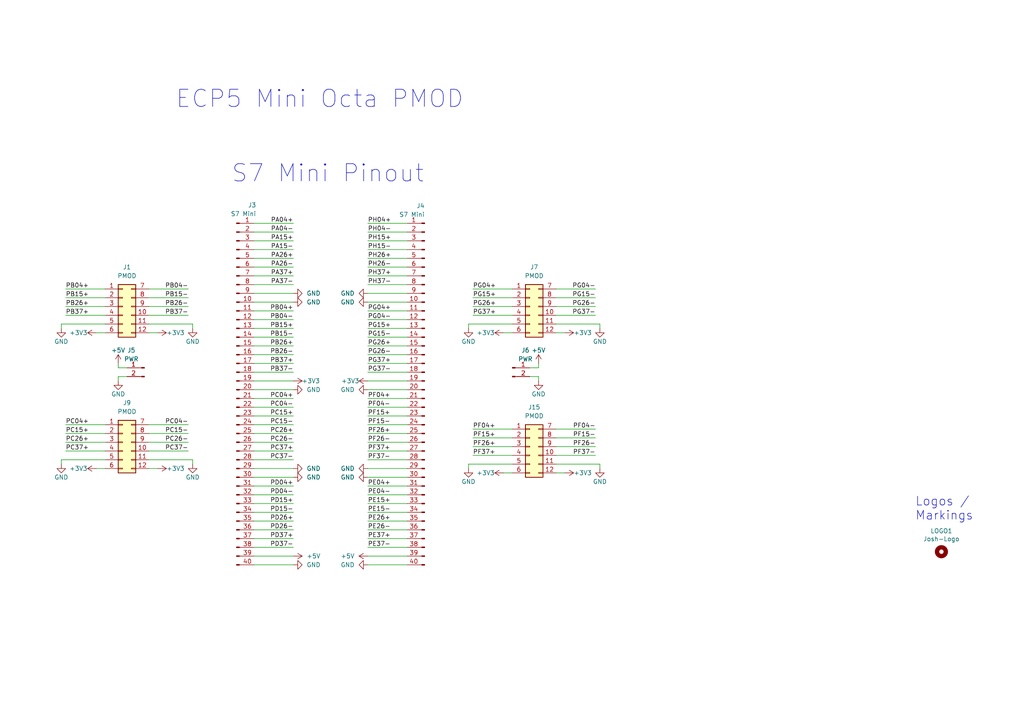
<source format=kicad_sch>
(kicad_sch (version 20201015) (generator eeschema)
  (paper "A4")
  (title_block (title "Quad PMOD") (date "2020-09-20") (rev "0.1"))
  (lib_symbols
    (symbol "Connector:Conn_01x02_Male" (pin_names (offset 1.016) hide)
      (property "Reference" "J" (at 0 2.54 0))
      (property "Value" "Conn_01x02_Male" (at 0 -5.08 0))
      (symbol "Conn_01x02_Male_1_1"
        (rectangle (start 0.8636 -2.413) (end 0 -2.667) (stroke (width 0.1524)) (fill (type outline)))
        (rectangle (start 0.8636 0.127) (end 0 -0.127) (stroke (width 0.1524)) (fill (type outline)))
        (polyline (pts (xy 1.27 -2.54) (xy 0.8636 -2.54)) (stroke (width 0.1524)))
        (polyline (pts (xy 1.27 0) (xy 0.8636 0)) (stroke (width 0.1524)))
        (pin passive line (at 5.08 0 180) (length 3.81) (name "Pin_1") (number "1"))
        (pin passive line (at 5.08 -2.54 180) (length 3.81) (name "Pin_2") (number "2"))
      )
    )
    (symbol "Connector:Conn_01x40_Male" (pin_names (offset 1.016) hide)
      (property "Reference" "J" (at 0 50.8 0))
      (property "Value" "Conn_01x40_Male" (at 0 -53.34 0))
      (symbol "Conn_01x40_Male_1_1"
        (rectangle (start 0.8636 -50.673) (end 0 -50.927) (stroke (width 0.1524)) (fill (type outline)))
        (rectangle (start 0.8636 -48.133) (end 0 -48.387) (stroke (width 0.1524)) (fill (type outline)))
        (rectangle (start 0.8636 -45.593) (end 0 -45.847) (stroke (width 0.1524)) (fill (type outline)))
        (rectangle (start 0.8636 -43.053) (end 0 -43.307) (stroke (width 0.1524)) (fill (type outline)))
        (rectangle (start 0.8636 -40.513) (end 0 -40.767) (stroke (width 0.1524)) (fill (type outline)))
        (rectangle (start 0.8636 -37.973) (end 0 -38.227) (stroke (width 0.1524)) (fill (type outline)))
        (rectangle (start 0.8636 -35.433) (end 0 -35.687) (stroke (width 0.1524)) (fill (type outline)))
        (rectangle (start 0.8636 -32.893) (end 0 -33.147) (stroke (width 0.1524)) (fill (type outline)))
        (rectangle (start 0.8636 -30.353) (end 0 -30.607) (stroke (width 0.1524)) (fill (type outline)))
        (rectangle (start 0.8636 -27.813) (end 0 -28.067) (stroke (width 0.1524)) (fill (type outline)))
        (rectangle (start 0.8636 -25.273) (end 0 -25.527) (stroke (width 0.1524)) (fill (type outline)))
        (rectangle (start 0.8636 -22.733) (end 0 -22.987) (stroke (width 0.1524)) (fill (type outline)))
        (rectangle (start 0.8636 -20.193) (end 0 -20.447) (stroke (width 0.1524)) (fill (type outline)))
        (rectangle (start 0.8636 -17.653) (end 0 -17.907) (stroke (width 0.1524)) (fill (type outline)))
        (rectangle (start 0.8636 -15.113) (end 0 -15.367) (stroke (width 0.1524)) (fill (type outline)))
        (rectangle (start 0.8636 -12.573) (end 0 -12.827) (stroke (width 0.1524)) (fill (type outline)))
        (rectangle (start 0.8636 -10.033) (end 0 -10.287) (stroke (width 0.1524)) (fill (type outline)))
        (rectangle (start 0.8636 -7.493) (end 0 -7.747) (stroke (width 0.1524)) (fill (type outline)))
        (rectangle (start 0.8636 -4.953) (end 0 -5.207) (stroke (width 0.1524)) (fill (type outline)))
        (rectangle (start 0.8636 -2.413) (end 0 -2.667) (stroke (width 0.1524)) (fill (type outline)))
        (rectangle (start 0.8636 0.127) (end 0 -0.127) (stroke (width 0.1524)) (fill (type outline)))
        (rectangle (start 0.8636 2.667) (end 0 2.413) (stroke (width 0.1524)) (fill (type outline)))
        (rectangle (start 0.8636 5.207) (end 0 4.953) (stroke (width 0.1524)) (fill (type outline)))
        (rectangle (start 0.8636 7.747) (end 0 7.493) (stroke (width 0.1524)) (fill (type outline)))
        (rectangle (start 0.8636 10.287) (end 0 10.033) (stroke (width 0.1524)) (fill (type outline)))
        (rectangle (start 0.8636 12.827) (end 0 12.573) (stroke (width 0.1524)) (fill (type outline)))
        (rectangle (start 0.8636 15.367) (end 0 15.113) (stroke (width 0.1524)) (fill (type outline)))
        (rectangle (start 0.8636 17.907) (end 0 17.653) (stroke (width 0.1524)) (fill (type outline)))
        (rectangle (start 0.8636 20.447) (end 0 20.193) (stroke (width 0.1524)) (fill (type outline)))
        (rectangle (start 0.8636 22.987) (end 0 22.733) (stroke (width 0.1524)) (fill (type outline)))
        (rectangle (start 0.8636 25.527) (end 0 25.273) (stroke (width 0.1524)) (fill (type outline)))
        (rectangle (start 0.8636 28.067) (end 0 27.813) (stroke (width 0.1524)) (fill (type outline)))
        (rectangle (start 0.8636 30.607) (end 0 30.353) (stroke (width 0.1524)) (fill (type outline)))
        (rectangle (start 0.8636 33.147) (end 0 32.893) (stroke (width 0.1524)) (fill (type outline)))
        (rectangle (start 0.8636 35.687) (end 0 35.433) (stroke (width 0.1524)) (fill (type outline)))
        (rectangle (start 0.8636 38.227) (end 0 37.973) (stroke (width 0.1524)) (fill (type outline)))
        (rectangle (start 0.8636 40.767) (end 0 40.513) (stroke (width 0.1524)) (fill (type outline)))
        (rectangle (start 0.8636 43.307) (end 0 43.053) (stroke (width 0.1524)) (fill (type outline)))
        (rectangle (start 0.8636 45.847) (end 0 45.593) (stroke (width 0.1524)) (fill (type outline)))
        (rectangle (start 0.8636 48.387) (end 0 48.133) (stroke (width 0.1524)) (fill (type outline)))
        (polyline (pts (xy 1.27 -50.8) (xy 0.8636 -50.8)) (stroke (width 0.1524)))
        (polyline (pts (xy 1.27 -48.26) (xy 0.8636 -48.26)) (stroke (width 0.1524)))
        (polyline (pts (xy 1.27 -45.72) (xy 0.8636 -45.72)) (stroke (width 0.1524)))
        (polyline (pts (xy 1.27 -43.18) (xy 0.8636 -43.18)) (stroke (width 0.1524)))
        (polyline (pts (xy 1.27 -40.64) (xy 0.8636 -40.64)) (stroke (width 0.1524)))
        (polyline (pts (xy 1.27 -38.1) (xy 0.8636 -38.1)) (stroke (width 0.1524)))
        (polyline (pts (xy 1.27 -35.56) (xy 0.8636 -35.56)) (stroke (width 0.1524)))
        (polyline (pts (xy 1.27 -33.02) (xy 0.8636 -33.02)) (stroke (width 0.1524)))
        (polyline (pts (xy 1.27 -30.48) (xy 0.8636 -30.48)) (stroke (width 0.1524)))
        (polyline (pts (xy 1.27 -27.94) (xy 0.8636 -27.94)) (stroke (width 0.1524)))
        (polyline (pts (xy 1.27 -25.4) (xy 0.8636 -25.4)) (stroke (width 0.1524)))
        (polyline (pts (xy 1.27 -22.86) (xy 0.8636 -22.86)) (stroke (width 0.1524)))
        (polyline (pts (xy 1.27 -20.32) (xy 0.8636 -20.32)) (stroke (width 0.1524)))
        (polyline (pts (xy 1.27 -17.78) (xy 0.8636 -17.78)) (stroke (width 0.1524)))
        (polyline (pts (xy 1.27 -15.24) (xy 0.8636 -15.24)) (stroke (width 0.1524)))
        (polyline (pts (xy 1.27 -12.7) (xy 0.8636 -12.7)) (stroke (width 0.1524)))
        (polyline (pts (xy 1.27 -10.16) (xy 0.8636 -10.16)) (stroke (width 0.1524)))
        (polyline (pts (xy 1.27 -7.62) (xy 0.8636 -7.62)) (stroke (width 0.1524)))
        (polyline (pts (xy 1.27 -5.08) (xy 0.8636 -5.08)) (stroke (width 0.1524)))
        (polyline (pts (xy 1.27 -2.54) (xy 0.8636 -2.54)) (stroke (width 0.1524)))
        (polyline (pts (xy 1.27 0) (xy 0.8636 0)) (stroke (width 0.1524)))
        (polyline (pts (xy 1.27 2.54) (xy 0.8636 2.54)) (stroke (width 0.1524)))
        (polyline (pts (xy 1.27 5.08) (xy 0.8636 5.08)) (stroke (width 0.1524)))
        (polyline (pts (xy 1.27 7.62) (xy 0.8636 7.62)) (stroke (width 0.1524)))
        (polyline (pts (xy 1.27 10.16) (xy 0.8636 10.16)) (stroke (width 0.1524)))
        (polyline (pts (xy 1.27 12.7) (xy 0.8636 12.7)) (stroke (width 0.1524)))
        (polyline (pts (xy 1.27 15.24) (xy 0.8636 15.24)) (stroke (width 0.1524)))
        (polyline (pts (xy 1.27 17.78) (xy 0.8636 17.78)) (stroke (width 0.1524)))
        (polyline (pts (xy 1.27 20.32) (xy 0.8636 20.32)) (stroke (width 0.1524)))
        (polyline (pts (xy 1.27 22.86) (xy 0.8636 22.86)) (stroke (width 0.1524)))
        (polyline (pts (xy 1.27 25.4) (xy 0.8636 25.4)) (stroke (width 0.1524)))
        (polyline (pts (xy 1.27 27.94) (xy 0.8636 27.94)) (stroke (width 0.1524)))
        (polyline (pts (xy 1.27 30.48) (xy 0.8636 30.48)) (stroke (width 0.1524)))
        (polyline (pts (xy 1.27 33.02) (xy 0.8636 33.02)) (stroke (width 0.1524)))
        (polyline (pts (xy 1.27 35.56) (xy 0.8636 35.56)) (stroke (width 0.1524)))
        (polyline (pts (xy 1.27 38.1) (xy 0.8636 38.1)) (stroke (width 0.1524)))
        (polyline (pts (xy 1.27 40.64) (xy 0.8636 40.64)) (stroke (width 0.1524)))
        (polyline (pts (xy 1.27 43.18) (xy 0.8636 43.18)) (stroke (width 0.1524)))
        (polyline (pts (xy 1.27 45.72) (xy 0.8636 45.72)) (stroke (width 0.1524)))
        (polyline (pts (xy 1.27 48.26) (xy 0.8636 48.26)) (stroke (width 0.1524)))
        (pin passive line (at 5.08 48.26 180) (length 3.81) (name "Pin_1") (number "1"))
        (pin passive line (at 5.08 25.4 180) (length 3.81) (name "Pin_10") (number "10"))
        (pin passive line (at 5.08 22.86 180) (length 3.81) (name "Pin_11") (number "11"))
        (pin passive line (at 5.08 20.32 180) (length 3.81) (name "Pin_12") (number "12"))
        (pin passive line (at 5.08 17.78 180) (length 3.81) (name "Pin_13") (number "13"))
        (pin passive line (at 5.08 15.24 180) (length 3.81) (name "Pin_14") (number "14"))
        (pin passive line (at 5.08 12.7 180) (length 3.81) (name "Pin_15") (number "15"))
        (pin passive line (at 5.08 10.16 180) (length 3.81) (name "Pin_16") (number "16"))
        (pin passive line (at 5.08 7.62 180) (length 3.81) (name "Pin_17") (number "17"))
        (pin passive line (at 5.08 5.08 180) (length 3.81) (name "Pin_18") (number "18"))
        (pin passive line (at 5.08 2.54 180) (length 3.81) (name "Pin_19") (number "19"))
        (pin passive line (at 5.08 45.72 180) (length 3.81) (name "Pin_2") (number "2"))
        (pin passive line (at 5.08 0 180) (length 3.81) (name "Pin_20") (number "20"))
        (pin passive line (at 5.08 -2.54 180) (length 3.81) (name "Pin_21") (number "21"))
        (pin passive line (at 5.08 -5.08 180) (length 3.81) (name "Pin_22") (number "22"))
        (pin passive line (at 5.08 -7.62 180) (length 3.81) (name "Pin_23") (number "23"))
        (pin passive line (at 5.08 -10.16 180) (length 3.81) (name "Pin_24") (number "24"))
        (pin passive line (at 5.08 -12.7 180) (length 3.81) (name "Pin_25") (number "25"))
        (pin passive line (at 5.08 -15.24 180) (length 3.81) (name "Pin_26") (number "26"))
        (pin passive line (at 5.08 -17.78 180) (length 3.81) (name "Pin_27") (number "27"))
        (pin passive line (at 5.08 -20.32 180) (length 3.81) (name "Pin_28") (number "28"))
        (pin passive line (at 5.08 -22.86 180) (length 3.81) (name "Pin_29") (number "29"))
        (pin passive line (at 5.08 43.18 180) (length 3.81) (name "Pin_3") (number "3"))
        (pin passive line (at 5.08 -25.4 180) (length 3.81) (name "Pin_30") (number "30"))
        (pin passive line (at 5.08 -27.94 180) (length 3.81) (name "Pin_31") (number "31"))
        (pin passive line (at 5.08 -30.48 180) (length 3.81) (name "Pin_32") (number "32"))
        (pin passive line (at 5.08 -33.02 180) (length 3.81) (name "Pin_33") (number "33"))
        (pin passive line (at 5.08 -35.56 180) (length 3.81) (name "Pin_34") (number "34"))
        (pin passive line (at 5.08 -38.1 180) (length 3.81) (name "Pin_35") (number "35"))
        (pin passive line (at 5.08 -40.64 180) (length 3.81) (name "Pin_36") (number "36"))
        (pin passive line (at 5.08 -43.18 180) (length 3.81) (name "Pin_37") (number "37"))
        (pin passive line (at 5.08 -45.72 180) (length 3.81) (name "Pin_38") (number "38"))
        (pin passive line (at 5.08 -48.26 180) (length 3.81) (name "Pin_39") (number "39"))
        (pin passive line (at 5.08 40.64 180) (length 3.81) (name "Pin_4") (number "4"))
        (pin passive line (at 5.08 -50.8 180) (length 3.81) (name "Pin_40") (number "40"))
        (pin passive line (at 5.08 38.1 180) (length 3.81) (name "Pin_5") (number "5"))
        (pin passive line (at 5.08 35.56 180) (length 3.81) (name "Pin_6") (number "6"))
        (pin passive line (at 5.08 33.02 180) (length 3.81) (name "Pin_7") (number "7"))
        (pin passive line (at 5.08 30.48 180) (length 3.81) (name "Pin_8") (number "8"))
        (pin passive line (at 5.08 27.94 180) (length 3.81) (name "Pin_9") (number "9"))
      )
    )
    (symbol "Connector:Conn_01x40_Male_1" (pin_names (offset 1.016) hide)
      (property "Reference" "J" (at 0 50.8 0))
      (property "Value" "Conn_01x40_Male" (at 0 -53.34 0))
      (symbol "Conn_01x40_Male_1_1_1"
        (rectangle (start 0.8636 -50.673) (end 0 -50.927) (stroke (width 0.1524)) (fill (type outline)))
        (rectangle (start 0.8636 -48.133) (end 0 -48.387) (stroke (width 0.1524)) (fill (type outline)))
        (rectangle (start 0.8636 -45.593) (end 0 -45.847) (stroke (width 0.1524)) (fill (type outline)))
        (rectangle (start 0.8636 -43.053) (end 0 -43.307) (stroke (width 0.1524)) (fill (type outline)))
        (rectangle (start 0.8636 -40.513) (end 0 -40.767) (stroke (width 0.1524)) (fill (type outline)))
        (rectangle (start 0.8636 -37.973) (end 0 -38.227) (stroke (width 0.1524)) (fill (type outline)))
        (rectangle (start 0.8636 -35.433) (end 0 -35.687) (stroke (width 0.1524)) (fill (type outline)))
        (rectangle (start 0.8636 -32.893) (end 0 -33.147) (stroke (width 0.1524)) (fill (type outline)))
        (rectangle (start 0.8636 -30.353) (end 0 -30.607) (stroke (width 0.1524)) (fill (type outline)))
        (rectangle (start 0.8636 -27.813) (end 0 -28.067) (stroke (width 0.1524)) (fill (type outline)))
        (rectangle (start 0.8636 -25.273) (end 0 -25.527) (stroke (width 0.1524)) (fill (type outline)))
        (rectangle (start 0.8636 -22.733) (end 0 -22.987) (stroke (width 0.1524)) (fill (type outline)))
        (rectangle (start 0.8636 -20.193) (end 0 -20.447) (stroke (width 0.1524)) (fill (type outline)))
        (rectangle (start 0.8636 -17.653) (end 0 -17.907) (stroke (width 0.1524)) (fill (type outline)))
        (rectangle (start 0.8636 -15.113) (end 0 -15.367) (stroke (width 0.1524)) (fill (type outline)))
        (rectangle (start 0.8636 -12.573) (end 0 -12.827) (stroke (width 0.1524)) (fill (type outline)))
        (rectangle (start 0.8636 -10.033) (end 0 -10.287) (stroke (width 0.1524)) (fill (type outline)))
        (rectangle (start 0.8636 -7.493) (end 0 -7.747) (stroke (width 0.1524)) (fill (type outline)))
        (rectangle (start 0.8636 -4.953) (end 0 -5.207) (stroke (width 0.1524)) (fill (type outline)))
        (rectangle (start 0.8636 -2.413) (end 0 -2.667) (stroke (width 0.1524)) (fill (type outline)))
        (rectangle (start 0.8636 0.127) (end 0 -0.127) (stroke (width 0.1524)) (fill (type outline)))
        (rectangle (start 0.8636 2.667) (end 0 2.413) (stroke (width 0.1524)) (fill (type outline)))
        (rectangle (start 0.8636 5.207) (end 0 4.953) (stroke (width 0.1524)) (fill (type outline)))
        (rectangle (start 0.8636 7.747) (end 0 7.493) (stroke (width 0.1524)) (fill (type outline)))
        (rectangle (start 0.8636 10.287) (end 0 10.033) (stroke (width 0.1524)) (fill (type outline)))
        (rectangle (start 0.8636 12.827) (end 0 12.573) (stroke (width 0.1524)) (fill (type outline)))
        (rectangle (start 0.8636 15.367) (end 0 15.113) (stroke (width 0.1524)) (fill (type outline)))
        (rectangle (start 0.8636 17.907) (end 0 17.653) (stroke (width 0.1524)) (fill (type outline)))
        (rectangle (start 0.8636 20.447) (end 0 20.193) (stroke (width 0.1524)) (fill (type outline)))
        (rectangle (start 0.8636 22.987) (end 0 22.733) (stroke (width 0.1524)) (fill (type outline)))
        (rectangle (start 0.8636 25.527) (end 0 25.273) (stroke (width 0.1524)) (fill (type outline)))
        (rectangle (start 0.8636 28.067) (end 0 27.813) (stroke (width 0.1524)) (fill (type outline)))
        (rectangle (start 0.8636 30.607) (end 0 30.353) (stroke (width 0.1524)) (fill (type outline)))
        (rectangle (start 0.8636 33.147) (end 0 32.893) (stroke (width 0.1524)) (fill (type outline)))
        (rectangle (start 0.8636 35.687) (end 0 35.433) (stroke (width 0.1524)) (fill (type outline)))
        (rectangle (start 0.8636 38.227) (end 0 37.973) (stroke (width 0.1524)) (fill (type outline)))
        (rectangle (start 0.8636 40.767) (end 0 40.513) (stroke (width 0.1524)) (fill (type outline)))
        (rectangle (start 0.8636 43.307) (end 0 43.053) (stroke (width 0.1524)) (fill (type outline)))
        (rectangle (start 0.8636 45.847) (end 0 45.593) (stroke (width 0.1524)) (fill (type outline)))
        (rectangle (start 0.8636 48.387) (end 0 48.133) (stroke (width 0.1524)) (fill (type outline)))
        (polyline (pts (xy 1.27 -50.8) (xy 0.8636 -50.8)) (stroke (width 0.1524)))
        (polyline (pts (xy 1.27 -48.26) (xy 0.8636 -48.26)) (stroke (width 0.1524)))
        (polyline (pts (xy 1.27 -45.72) (xy 0.8636 -45.72)) (stroke (width 0.1524)))
        (polyline (pts (xy 1.27 -43.18) (xy 0.8636 -43.18)) (stroke (width 0.1524)))
        (polyline (pts (xy 1.27 -40.64) (xy 0.8636 -40.64)) (stroke (width 0.1524)))
        (polyline (pts (xy 1.27 -38.1) (xy 0.8636 -38.1)) (stroke (width 0.1524)))
        (polyline (pts (xy 1.27 -35.56) (xy 0.8636 -35.56)) (stroke (width 0.1524)))
        (polyline (pts (xy 1.27 -33.02) (xy 0.8636 -33.02)) (stroke (width 0.1524)))
        (polyline (pts (xy 1.27 -30.48) (xy 0.8636 -30.48)) (stroke (width 0.1524)))
        (polyline (pts (xy 1.27 -27.94) (xy 0.8636 -27.94)) (stroke (width 0.1524)))
        (polyline (pts (xy 1.27 -25.4) (xy 0.8636 -25.4)) (stroke (width 0.1524)))
        (polyline (pts (xy 1.27 -22.86) (xy 0.8636 -22.86)) (stroke (width 0.1524)))
        (polyline (pts (xy 1.27 -20.32) (xy 0.8636 -20.32)) (stroke (width 0.1524)))
        (polyline (pts (xy 1.27 -17.78) (xy 0.8636 -17.78)) (stroke (width 0.1524)))
        (polyline (pts (xy 1.27 -15.24) (xy 0.8636 -15.24)) (stroke (width 0.1524)))
        (polyline (pts (xy 1.27 -12.7) (xy 0.8636 -12.7)) (stroke (width 0.1524)))
        (polyline (pts (xy 1.27 -10.16) (xy 0.8636 -10.16)) (stroke (width 0.1524)))
        (polyline (pts (xy 1.27 -7.62) (xy 0.8636 -7.62)) (stroke (width 0.1524)))
        (polyline (pts (xy 1.27 -5.08) (xy 0.8636 -5.08)) (stroke (width 0.1524)))
        (polyline (pts (xy 1.27 -2.54) (xy 0.8636 -2.54)) (stroke (width 0.1524)))
        (polyline (pts (xy 1.27 0) (xy 0.8636 0)) (stroke (width 0.1524)))
        (polyline (pts (xy 1.27 2.54) (xy 0.8636 2.54)) (stroke (width 0.1524)))
        (polyline (pts (xy 1.27 5.08) (xy 0.8636 5.08)) (stroke (width 0.1524)))
        (polyline (pts (xy 1.27 7.62) (xy 0.8636 7.62)) (stroke (width 0.1524)))
        (polyline (pts (xy 1.27 10.16) (xy 0.8636 10.16)) (stroke (width 0.1524)))
        (polyline (pts (xy 1.27 12.7) (xy 0.8636 12.7)) (stroke (width 0.1524)))
        (polyline (pts (xy 1.27 15.24) (xy 0.8636 15.24)) (stroke (width 0.1524)))
        (polyline (pts (xy 1.27 17.78) (xy 0.8636 17.78)) (stroke (width 0.1524)))
        (polyline (pts (xy 1.27 20.32) (xy 0.8636 20.32)) (stroke (width 0.1524)))
        (polyline (pts (xy 1.27 22.86) (xy 0.8636 22.86)) (stroke (width 0.1524)))
        (polyline (pts (xy 1.27 25.4) (xy 0.8636 25.4)) (stroke (width 0.1524)))
        (polyline (pts (xy 1.27 27.94) (xy 0.8636 27.94)) (stroke (width 0.1524)))
        (polyline (pts (xy 1.27 30.48) (xy 0.8636 30.48)) (stroke (width 0.1524)))
        (polyline (pts (xy 1.27 33.02) (xy 0.8636 33.02)) (stroke (width 0.1524)))
        (polyline (pts (xy 1.27 35.56) (xy 0.8636 35.56)) (stroke (width 0.1524)))
        (polyline (pts (xy 1.27 38.1) (xy 0.8636 38.1)) (stroke (width 0.1524)))
        (polyline (pts (xy 1.27 40.64) (xy 0.8636 40.64)) (stroke (width 0.1524)))
        (polyline (pts (xy 1.27 43.18) (xy 0.8636 43.18)) (stroke (width 0.1524)))
        (polyline (pts (xy 1.27 45.72) (xy 0.8636 45.72)) (stroke (width 0.1524)))
        (polyline (pts (xy 1.27 48.26) (xy 0.8636 48.26)) (stroke (width 0.1524)))
        (pin passive line (at 5.08 48.26 180) (length 3.81) (name "Pin_1") (number "1"))
        (pin passive line (at 5.08 25.4 180) (length 3.81) (name "Pin_10") (number "10"))
        (pin passive line (at 5.08 22.86 180) (length 3.81) (name "Pin_11") (number "11"))
        (pin passive line (at 5.08 20.32 180) (length 3.81) (name "Pin_12") (number "12"))
        (pin passive line (at 5.08 17.78 180) (length 3.81) (name "Pin_13") (number "13"))
        (pin passive line (at 5.08 15.24 180) (length 3.81) (name "Pin_14") (number "14"))
        (pin passive line (at 5.08 12.7 180) (length 3.81) (name "Pin_15") (number "15"))
        (pin passive line (at 5.08 10.16 180) (length 3.81) (name "Pin_16") (number "16"))
        (pin passive line (at 5.08 7.62 180) (length 3.81) (name "Pin_17") (number "17"))
        (pin passive line (at 5.08 5.08 180) (length 3.81) (name "Pin_18") (number "18"))
        (pin passive line (at 5.08 2.54 180) (length 3.81) (name "Pin_19") (number "19"))
        (pin passive line (at 5.08 45.72 180) (length 3.81) (name "Pin_2") (number "2"))
        (pin passive line (at 5.08 0 180) (length 3.81) (name "Pin_20") (number "20"))
        (pin passive line (at 5.08 -2.54 180) (length 3.81) (name "Pin_21") (number "21"))
        (pin passive line (at 5.08 -5.08 180) (length 3.81) (name "Pin_22") (number "22"))
        (pin passive line (at 5.08 -7.62 180) (length 3.81) (name "Pin_23") (number "23"))
        (pin passive line (at 5.08 -10.16 180) (length 3.81) (name "Pin_24") (number "24"))
        (pin passive line (at 5.08 -12.7 180) (length 3.81) (name "Pin_25") (number "25"))
        (pin passive line (at 5.08 -15.24 180) (length 3.81) (name "Pin_26") (number "26"))
        (pin passive line (at 5.08 -17.78 180) (length 3.81) (name "Pin_27") (number "27"))
        (pin passive line (at 5.08 -20.32 180) (length 3.81) (name "Pin_28") (number "28"))
        (pin passive line (at 5.08 -22.86 180) (length 3.81) (name "Pin_29") (number "29"))
        (pin passive line (at 5.08 43.18 180) (length 3.81) (name "Pin_3") (number "3"))
        (pin passive line (at 5.08 -25.4 180) (length 3.81) (name "Pin_30") (number "30"))
        (pin passive line (at 5.08 -27.94 180) (length 3.81) (name "Pin_31") (number "31"))
        (pin passive line (at 5.08 -30.48 180) (length 3.81) (name "Pin_32") (number "32"))
        (pin passive line (at 5.08 -33.02 180) (length 3.81) (name "Pin_33") (number "33"))
        (pin passive line (at 5.08 -35.56 180) (length 3.81) (name "Pin_34") (number "34"))
        (pin passive line (at 5.08 -38.1 180) (length 3.81) (name "Pin_35") (number "35"))
        (pin passive line (at 5.08 -40.64 180) (length 3.81) (name "Pin_36") (number "36"))
        (pin passive line (at 5.08 -43.18 180) (length 3.81) (name "Pin_37") (number "37"))
        (pin passive line (at 5.08 -45.72 180) (length 3.81) (name "Pin_38") (number "38"))
        (pin passive line (at 5.08 -48.26 180) (length 3.81) (name "Pin_39") (number "39"))
        (pin passive line (at 5.08 40.64 180) (length 3.81) (name "Pin_4") (number "4"))
        (pin passive line (at 5.08 -50.8 180) (length 3.81) (name "Pin_40") (number "40"))
        (pin passive line (at 5.08 38.1 180) (length 3.81) (name "Pin_5") (number "5"))
        (pin passive line (at 5.08 35.56 180) (length 3.81) (name "Pin_6") (number "6"))
        (pin passive line (at 5.08 33.02 180) (length 3.81) (name "Pin_7") (number "7"))
        (pin passive line (at 5.08 30.48 180) (length 3.81) (name "Pin_8") (number "8"))
        (pin passive line (at 5.08 27.94 180) (length 3.81) (name "Pin_9") (number "9"))
      )
    )
    (symbol "Connector_Generic:Conn_02x06_Top_Bottom" (pin_names (offset 1.016) hide)
      (property "Reference" "J" (at 1.27 7.62 0))
      (property "Value" "Conn_02x06_Top_Bottom" (at 1.27 -10.16 0))
      (symbol "Conn_02x06_Top_Bottom_1_1"
        (rectangle (start -1.27 -4.953) (end 0 -5.207) (stroke (width 0.1524)))
        (rectangle (start -1.27 -7.493) (end 0 -7.747) (stroke (width 0.1524)))
        (rectangle (start -1.27 -2.413) (end 0 -2.667) (stroke (width 0.1524)))
        (rectangle (start -1.27 2.667) (end 0 2.413) (stroke (width 0.1524)))
        (rectangle (start -1.27 5.207) (end 0 4.953) (stroke (width 0.1524)))
        (rectangle (start -1.27 6.35) (end 3.81 -8.89) (stroke (width 0.254)) (fill (type background)))
        (rectangle (start -1.27 0.127) (end 0 -0.127) (stroke (width 0.1524)))
        (rectangle (start 3.81 -4.953) (end 2.54 -5.207) (stroke (width 0.1524)))
        (rectangle (start 3.81 -7.493) (end 2.54 -7.747) (stroke (width 0.1524)))
        (rectangle (start 3.81 -2.413) (end 2.54 -2.667) (stroke (width 0.1524)))
        (rectangle (start 3.81 2.667) (end 2.54 2.413) (stroke (width 0.1524)))
        (rectangle (start 3.81 5.207) (end 2.54 4.953) (stroke (width 0.1524)))
        (rectangle (start 3.81 0.127) (end 2.54 -0.127) (stroke (width 0.1524)))
        (pin passive line (at -5.08 5.08 0) (length 3.81) (name "Pin_1") (number "1"))
        (pin passive line (at 7.62 -2.54 180) (length 3.81) (name "Pin_10") (number "10"))
        (pin passive line (at 7.62 -5.08 180) (length 3.81) (name "Pin_11") (number "11"))
        (pin passive line (at 7.62 -7.62 180) (length 3.81) (name "Pin_12") (number "12"))
        (pin passive line (at -5.08 2.54 0) (length 3.81) (name "Pin_2") (number "2"))
        (pin passive line (at -5.08 0 0) (length 3.81) (name "Pin_3") (number "3"))
        (pin passive line (at -5.08 -2.54 0) (length 3.81) (name "Pin_4") (number "4"))
        (pin passive line (at -5.08 -5.08 0) (length 3.81) (name "Pin_5") (number "5"))
        (pin passive line (at -5.08 -7.62 0) (length 3.81) (name "Pin_6") (number "6"))
        (pin passive line (at 7.62 5.08 180) (length 3.81) (name "Pin_7") (number "7"))
        (pin passive line (at 7.62 2.54 180) (length 3.81) (name "Pin_8") (number "8"))
        (pin passive line (at 7.62 0 180) (length 3.81) (name "Pin_9") (number "9"))
      )
    )
    (symbol "Mechanical:MountingHole" (pin_names (offset 1.016))
      (property "Reference" "H" (at 0 5.08 0))
      (property "Value" "MountingHole" (at 0 3.175 0))
      (symbol "MountingHole_0_1"
        (circle (center 0 0) (radius 1.27) (stroke (width 1.27)))
      )
    )
    (symbol "power:+3V3" (power) (pin_names (offset 0))
      (property "Value" "+3V3" (at 0 3.556 0))
      (symbol "+3V3_0_1"
        (polyline (pts (xy -0.762 1.27) (xy 0 2.54)))
        (polyline (pts (xy 0 0) (xy 0 2.54)))
        (polyline (pts (xy 0 2.54) (xy 0.762 1.27)))
      )
      (symbol "+3V3_1_1"
        (pin power_in line (at 0 0 90) (length 0) hide (name "+3V3") (number "1"))
      )
    )
    (symbol "power:+5V" (power) (pin_names (offset 0))
      (property "Value" "+5V" (at 0 3.556 0))
      (symbol "+5V_0_1"
        (polyline (pts (xy -0.762 1.27) (xy 0 2.54)))
        (polyline (pts (xy 0 0) (xy 0 2.54)))
        (polyline (pts (xy 0 2.54) (xy 0.762 1.27)))
      )
      (symbol "+5V_1_1"
        (pin power_in line (at 0 0 90) (length 0) hide (name "+5V") (number "1"))
      )
    )
    (symbol "power:GND" (power) (pin_names (offset 0))
      (property "Value" "GND" (at 0 -3.81 0))
      (symbol "GND_0_1"
        (polyline (pts (xy 0 0) (xy 0 -1.27) (xy 1.27 -1.27) (xy 0 -2.54) (xy -1.27 -1.27) (xy 0 -1.27)))
      )
      (symbol "GND_1_1"
        (pin power_in line (at 0 0 270) (length 0) hide (name "GND") (number "1"))
      )
    )
  )
  (bus_alias "SD" (members "SD_DAT[0..3]" "SD_CMD" "SD_CLK" "SD_DET"))
  (bus_alias "USB" (members "USB_D-" "USB_D+" "USB_PU"))
  (bus_alias "HYPERRAM" (members "HR_nRST" "HR_nCS" "HR_CK_N" "HR_RWDS" "HR_DQ[0..7]" "HR_CK"))
  (bus_alias "LED" (members "LED_[0..7]" "LED_R" "LED_G" "LED_B"))
  (wire (pts (xy 17.78 93.98) (xy 17.78 95.25)))
  (wire (pts (xy 17.78 93.98) (xy 30.48 93.98)))
  (wire (pts (xy 17.78 133.35) (xy 17.78 134.62)))
  (wire (pts (xy 17.78 133.35) (xy 30.48 133.35)))
  (wire (pts (xy 27.94 96.52) (xy 30.48 96.52)))
  (wire (pts (xy 27.94 135.89) (xy 30.48 135.89)))
  (wire (pts (xy 30.48 83.82) (xy 19.05 83.82)))
  (wire (pts (xy 30.48 86.36) (xy 19.05 86.36)))
  (wire (pts (xy 30.48 88.9) (xy 19.05 88.9)))
  (wire (pts (xy 30.48 91.44) (xy 19.05 91.44)))
  (wire (pts (xy 30.48 123.19) (xy 19.05 123.19)))
  (wire (pts (xy 30.48 125.73) (xy 19.05 125.73)))
  (wire (pts (xy 30.48 128.27) (xy 19.05 128.27)))
  (wire (pts (xy 30.48 130.81) (xy 19.05 130.81)))
  (wire (pts (xy 34.29 105.41) (xy 34.29 106.68)))
  (wire (pts (xy 34.29 106.68) (xy 36.83 106.68)))
  (wire (pts (xy 34.29 109.22) (xy 34.29 110.49)))
  (wire (pts (xy 36.83 109.22) (xy 34.29 109.22)))
  (wire (pts (xy 43.18 83.82) (xy 54.61 83.82)))
  (wire (pts (xy 43.18 86.36) (xy 54.61 86.36)))
  (wire (pts (xy 43.18 88.9) (xy 54.61 88.9)))
  (wire (pts (xy 43.18 91.44) (xy 54.61 91.44)))
  (wire (pts (xy 43.18 93.98) (xy 55.88 93.98)))
  (wire (pts (xy 43.18 96.52) (xy 45.72 96.52)))
  (wire (pts (xy 43.18 123.19) (xy 54.61 123.19)))
  (wire (pts (xy 43.18 125.73) (xy 54.61 125.73)))
  (wire (pts (xy 43.18 128.27) (xy 54.61 128.27)))
  (wire (pts (xy 43.18 130.81) (xy 54.61 130.81)))
  (wire (pts (xy 43.18 133.35) (xy 55.88 133.35)))
  (wire (pts (xy 43.18 135.89) (xy 45.72 135.89)))
  (wire (pts (xy 55.88 93.98) (xy 55.88 95.25)))
  (wire (pts (xy 55.88 133.35) (xy 55.88 134.62)))
  (wire (pts (xy 73.66 64.77) (xy 85.09 64.77)))
  (wire (pts (xy 73.66 67.31) (xy 85.09 67.31)))
  (wire (pts (xy 73.66 69.85) (xy 85.09 69.85)))
  (wire (pts (xy 73.66 72.39) (xy 85.09 72.39)))
  (wire (pts (xy 73.66 74.93) (xy 85.09 74.93)))
  (wire (pts (xy 73.66 77.47) (xy 85.09 77.47)))
  (wire (pts (xy 73.66 80.01) (xy 85.09 80.01)))
  (wire (pts (xy 73.66 82.55) (xy 85.09 82.55)))
  (wire (pts (xy 73.66 85.09) (xy 85.09 85.09)))
  (wire (pts (xy 73.66 87.63) (xy 85.09 87.63)))
  (wire (pts (xy 73.66 90.17) (xy 85.09 90.17)))
  (wire (pts (xy 73.66 92.71) (xy 85.09 92.71)))
  (wire (pts (xy 73.66 95.25) (xy 85.09 95.25)))
  (wire (pts (xy 73.66 97.79) (xy 85.09 97.79)))
  (wire (pts (xy 73.66 100.33) (xy 85.09 100.33)))
  (wire (pts (xy 73.66 102.87) (xy 85.09 102.87)))
  (wire (pts (xy 73.66 105.41) (xy 85.09 105.41)))
  (wire (pts (xy 73.66 107.95) (xy 85.09 107.95)))
  (wire (pts (xy 73.66 110.49) (xy 85.09 110.49)))
  (wire (pts (xy 73.66 113.03) (xy 85.09 113.03)))
  (wire (pts (xy 73.66 115.57) (xy 85.09 115.57)))
  (wire (pts (xy 73.66 118.11) (xy 85.09 118.11)))
  (wire (pts (xy 73.66 120.65) (xy 85.09 120.65)))
  (wire (pts (xy 73.66 123.19) (xy 85.09 123.19)))
  (wire (pts (xy 73.66 125.73) (xy 85.09 125.73)))
  (wire (pts (xy 73.66 128.27) (xy 85.09 128.27)))
  (wire (pts (xy 73.66 130.81) (xy 85.09 130.81)))
  (wire (pts (xy 73.66 133.35) (xy 85.09 133.35)))
  (wire (pts (xy 73.66 135.89) (xy 85.09 135.89)))
  (wire (pts (xy 73.66 138.43) (xy 85.09 138.43)))
  (wire (pts (xy 73.66 140.97) (xy 85.09 140.97)))
  (wire (pts (xy 73.66 143.51) (xy 85.09 143.51)))
  (wire (pts (xy 73.66 146.05) (xy 85.09 146.05)))
  (wire (pts (xy 73.66 148.59) (xy 85.09 148.59)))
  (wire (pts (xy 73.66 151.13) (xy 85.09 151.13)))
  (wire (pts (xy 73.66 153.67) (xy 85.09 153.67)))
  (wire (pts (xy 73.66 156.21) (xy 85.09 156.21)))
  (wire (pts (xy 73.66 158.75) (xy 85.09 158.75)))
  (wire (pts (xy 73.66 161.29) (xy 85.09 161.29)))
  (wire (pts (xy 73.66 163.83) (xy 85.09 163.83)))
  (wire (pts (xy 106.68 85.09) (xy 118.11 85.09)))
  (wire (pts (xy 106.68 87.63) (xy 118.11 87.63)))
  (wire (pts (xy 106.68 110.49) (xy 118.11 110.49)))
  (wire (pts (xy 106.68 113.03) (xy 118.11 113.03)))
  (wire (pts (xy 106.68 135.89) (xy 118.11 135.89)))
  (wire (pts (xy 106.68 138.43) (xy 118.11 138.43)))
  (wire (pts (xy 106.68 161.29) (xy 118.11 161.29)))
  (wire (pts (xy 106.68 163.83) (xy 118.11 163.83)))
  (wire (pts (xy 118.11 64.77) (xy 106.68 64.77)))
  (wire (pts (xy 118.11 67.31) (xy 106.68 67.31)))
  (wire (pts (xy 118.11 69.85) (xy 106.68 69.85)))
  (wire (pts (xy 118.11 72.39) (xy 106.68 72.39)))
  (wire (pts (xy 118.11 74.93) (xy 106.68 74.93)))
  (wire (pts (xy 118.11 77.47) (xy 106.68 77.47)))
  (wire (pts (xy 118.11 80.01) (xy 106.68 80.01)))
  (wire (pts (xy 118.11 82.55) (xy 106.68 82.55)))
  (wire (pts (xy 118.11 90.17) (xy 106.68 90.17)))
  (wire (pts (xy 118.11 92.71) (xy 106.68 92.71)))
  (wire (pts (xy 118.11 95.25) (xy 106.68 95.25)))
  (wire (pts (xy 118.11 97.79) (xy 106.68 97.79)))
  (wire (pts (xy 118.11 100.33) (xy 106.68 100.33)))
  (wire (pts (xy 118.11 102.87) (xy 106.68 102.87)))
  (wire (pts (xy 118.11 105.41) (xy 106.68 105.41)))
  (wire (pts (xy 118.11 107.95) (xy 106.68 107.95)))
  (wire (pts (xy 118.11 115.57) (xy 106.68 115.57)))
  (wire (pts (xy 118.11 118.11) (xy 106.68 118.11)))
  (wire (pts (xy 118.11 120.65) (xy 106.68 120.65)))
  (wire (pts (xy 118.11 123.19) (xy 106.68 123.19)))
  (wire (pts (xy 118.11 125.73) (xy 106.68 125.73)))
  (wire (pts (xy 118.11 128.27) (xy 106.68 128.27)))
  (wire (pts (xy 118.11 130.81) (xy 106.68 130.81)))
  (wire (pts (xy 118.11 133.35) (xy 106.68 133.35)))
  (wire (pts (xy 118.11 140.97) (xy 106.68 140.97)))
  (wire (pts (xy 118.11 143.51) (xy 106.68 143.51)))
  (wire (pts (xy 118.11 146.05) (xy 106.68 146.05)))
  (wire (pts (xy 118.11 148.59) (xy 106.68 148.59)))
  (wire (pts (xy 118.11 151.13) (xy 106.68 151.13)))
  (wire (pts (xy 118.11 153.67) (xy 106.68 153.67)))
  (wire (pts (xy 118.11 156.21) (xy 106.68 156.21)))
  (wire (pts (xy 118.11 158.75) (xy 106.68 158.75)))
  (wire (pts (xy 135.89 93.98) (xy 135.89 95.25)))
  (wire (pts (xy 135.89 93.98) (xy 148.59 93.98)))
  (wire (pts (xy 135.89 134.62) (xy 135.89 135.89)))
  (wire (pts (xy 135.89 134.62) (xy 148.59 134.62)))
  (wire (pts (xy 146.05 96.52) (xy 148.59 96.52)))
  (wire (pts (xy 146.05 137.16) (xy 148.59 137.16)))
  (wire (pts (xy 148.59 83.82) (xy 137.16 83.82)))
  (wire (pts (xy 148.59 86.36) (xy 137.16 86.36)))
  (wire (pts (xy 148.59 88.9) (xy 137.16 88.9)))
  (wire (pts (xy 148.59 91.44) (xy 137.16 91.44)))
  (wire (pts (xy 148.59 124.46) (xy 137.16 124.46)))
  (wire (pts (xy 148.59 127) (xy 137.16 127)))
  (wire (pts (xy 148.59 129.54) (xy 137.16 129.54)))
  (wire (pts (xy 148.59 132.08) (xy 137.16 132.08)))
  (wire (pts (xy 153.67 109.22) (xy 156.21 109.22)))
  (wire (pts (xy 156.21 105.41) (xy 156.21 106.68)))
  (wire (pts (xy 156.21 106.68) (xy 153.67 106.68)))
  (wire (pts (xy 156.21 109.22) (xy 156.21 110.49)))
  (wire (pts (xy 161.29 83.82) (xy 172.72 83.82)))
  (wire (pts (xy 161.29 86.36) (xy 172.72 86.36)))
  (wire (pts (xy 161.29 88.9) (xy 172.72 88.9)))
  (wire (pts (xy 161.29 91.44) (xy 172.72 91.44)))
  (wire (pts (xy 161.29 93.98) (xy 173.99 93.98)))
  (wire (pts (xy 161.29 96.52) (xy 163.83 96.52)))
  (wire (pts (xy 161.29 124.46) (xy 172.72 124.46)))
  (wire (pts (xy 161.29 127) (xy 172.72 127)))
  (wire (pts (xy 161.29 129.54) (xy 172.72 129.54)))
  (wire (pts (xy 161.29 132.08) (xy 172.72 132.08)))
  (wire (pts (xy 161.29 134.62) (xy 173.99 134.62)))
  (wire (pts (xy 161.29 137.16) (xy 163.83 137.16)))
  (wire (pts (xy 173.99 93.98) (xy 173.99 95.25)))
  (wire (pts (xy 173.99 134.62) (xy 173.99 135.89)))
  (text "S7 Mini Pinout" (at 123.19 53.34 180) (effects (font (size 5 5)) (justify right bottom)))
  (text "ECP5 Mini Octa PMOD" (at 134.62 31.75 180) (effects (font (size 5 5)) (justify right bottom)))
  (text "Logos / \nMarkings" (at 265.43 151.13 0) (effects (font (size 2.54 2.54)) (justify left bottom)))
  (label "PB04+" (at 19.05 83.82 0))
  (label "PB15+" (at 19.05 86.36 0))
  (label "PB26+" (at 19.05 88.9 0))
  (label "PB37+" (at 19.05 91.44 0))
  (label "PC04+" (at 19.05 123.19 0))
  (label "PC15+" (at 19.05 125.73 0))
  (label "PC26+" (at 19.05 128.27 0))
  (label "PC37+" (at 19.05 130.81 0))
  (label "PB04-" (at 54.61 83.82 180))
  (label "PB15-" (at 54.61 86.36 180))
  (label "PB26-" (at 54.61 88.9 180))
  (label "PB37-" (at 54.61 91.44 180))
  (label "PC04-" (at 54.61 123.19 180))
  (label "PC15-" (at 54.61 125.73 180))
  (label "PC26-" (at 54.61 128.27 180))
  (label "PC37-" (at 54.61 130.81 180))
  (label "PA04+" (at 85.09 64.77 180))
  (label "PA04-" (at 85.09 67.31 180))
  (label "PA15+" (at 85.09 69.85 180))
  (label "PA15-" (at 85.09 72.39 180))
  (label "PA26+" (at 85.09 74.93 180))
  (label "PA26-" (at 85.09 77.47 180))
  (label "PA37+" (at 85.09 80.01 180))
  (label "PA37-" (at 85.09 82.55 180))
  (label "PB04+" (at 85.09 90.17 180))
  (label "PB04-" (at 85.09 92.71 180))
  (label "PB15+" (at 85.09 95.25 180))
  (label "PB15-" (at 85.09 97.79 180))
  (label "PB26+" (at 85.09 100.33 180))
  (label "PB26-" (at 85.09 102.87 180))
  (label "PB37+" (at 85.09 105.41 180))
  (label "PB37-" (at 85.09 107.95 180))
  (label "PC04+" (at 85.09 115.57 180))
  (label "PC04-" (at 85.09 118.11 180))
  (label "PC15+" (at 85.09 120.65 180))
  (label "PC15-" (at 85.09 123.19 180))
  (label "PC26+" (at 85.09 125.73 180))
  (label "PC26-" (at 85.09 128.27 180))
  (label "PC37+" (at 85.09 130.81 180))
  (label "PC37-" (at 85.09 133.35 180))
  (label "PD04+" (at 85.09 140.97 180))
  (label "PD04-" (at 85.09 143.51 180))
  (label "PD15+" (at 85.09 146.05 180))
  (label "PD15-" (at 85.09 148.59 180))
  (label "PD26+" (at 85.09 151.13 180))
  (label "PD26-" (at 85.09 153.67 180))
  (label "PD37+" (at 85.09 156.21 180))
  (label "PD37-" (at 85.09 158.75 180))
  (label "PH04+" (at 106.68 64.77 0))
  (label "PH04-" (at 106.68 67.31 0))
  (label "PH15+" (at 106.68 69.85 0))
  (label "PH15-" (at 106.68 72.39 0))
  (label "PH26+" (at 106.68 74.93 0))
  (label "PH26-" (at 106.68 77.47 0))
  (label "PH37+" (at 106.68 80.01 0))
  (label "PH37-" (at 106.68 82.55 0))
  (label "PG04+" (at 106.68 90.17 0))
  (label "PG04-" (at 106.68 92.71 0))
  (label "PG15+" (at 106.68 95.25 0))
  (label "PG15-" (at 106.68 97.79 0))
  (label "PG26+" (at 106.68 100.33 0))
  (label "PG26-" (at 106.68 102.87 0))
  (label "PG37+" (at 106.68 105.41 0))
  (label "PG37-" (at 106.68 107.95 0))
  (label "PF04+" (at 106.68 115.57 0))
  (label "PF04-" (at 106.68 118.11 0))
  (label "PF15+" (at 106.68 120.65 0))
  (label "PF15-" (at 106.68 123.19 0))
  (label "PF26+" (at 106.68 125.73 0))
  (label "PF26-" (at 106.68 128.27 0))
  (label "PF37+" (at 106.68 130.81 0))
  (label "PF37-" (at 106.68 133.35 0))
  (label "PE04+" (at 106.68 140.97 0))
  (label "PE04-" (at 106.68 143.51 0))
  (label "PE15+" (at 106.68 146.05 0))
  (label "PE15-" (at 106.68 148.59 0))
  (label "PE26+" (at 106.68 151.13 0))
  (label "PE26-" (at 106.68 153.67 0))
  (label "PE37+" (at 106.68 156.21 0))
  (label "PE37-" (at 106.68 158.75 0))
  (label "PG04+" (at 137.16 83.82 0))
  (label "PG15+" (at 137.16 86.36 0))
  (label "PG26+" (at 137.16 88.9 0))
  (label "PG37+" (at 137.16 91.44 0))
  (label "PF04+" (at 137.16 124.46 0))
  (label "PF15+" (at 137.16 127 0))
  (label "PF26+" (at 137.16 129.54 0))
  (label "PF37+" (at 137.16 132.08 0))
  (label "PG04-" (at 172.72 83.82 180))
  (label "PG15-" (at 172.72 86.36 180))
  (label "PG26-" (at 172.72 88.9 180))
  (label "PG37-" (at 172.72 91.44 180))
  (label "PF04-" (at 172.72 124.46 180))
  (label "PF15-" (at 172.72 127 180))
  (label "PF26-" (at 172.72 129.54 180))
  (label "PF37-" (at 172.72 132.08 180))
  (symbol (lib_id "power:+3V3") (at 27.94 96.52 90) (unit 1)
    (property "Reference" "#PWR0139" (effects hide))
    (property "Value" "+3V3" (at 25.4 96.52 90) (effects (justify left)))
  )
  (symbol (lib_id "power:+3V3") (at 27.94 135.89 90) (unit 1)
    (property "Reference" "#PWR0145" (effects hide))
    (property "Value" "+3V3" (at 25.4 135.89 90) (effects (justify left)))
  )
  (symbol (lib_id "power:+5V") (at 34.29 105.41 0) (mirror y) (unit 1)
    (property "Reference" "#PWR0110" (effects hide))
    (property "Value" "+5V" (at 34.29 101.6 0))
  )
  (symbol (lib_id "power:+3V3") (at 45.72 96.52 270) (unit 1)
    (property "Reference" "#PWR0138" (effects hide))
    (property "Value" "+3V3" (at 48.26 96.52 90) (effects (justify left)))
  )
  (symbol (lib_id "power:+3V3") (at 45.72 135.89 270) (unit 1)
    (property "Reference" "#PWR0141" (effects hide))
    (property "Value" "+3V3" (at 48.26 135.89 90) (effects (justify left)))
  )
  (symbol (lib_id "power:+3V3") (at 85.09 110.49 270) (unit 1)
    (property "Reference" "#PWR0151" (effects hide))
    (property "Value" "+3V3" (at 90.17 110.49 90))
  )
  (symbol (lib_id "power:+5V") (at 85.09 161.29 270) (unit 1)
    (property "Reference" "#PWR0155" (effects hide))
    (property "Value" "+5V" (at 88.9 161.29 90) (effects (justify left)))
  )
  (symbol (lib_id "power:+3V3") (at 106.68 110.49 90) (mirror x) (unit 1)
    (property "Reference" "#PWR0157" (effects hide))
    (property "Value" "+3V3" (at 101.6 110.49 90))
  )
  (symbol (lib_id "power:+5V") (at 106.68 161.29 90) (unit 1)
    (property "Reference" "#PWR0153" (effects hide))
    (property "Value" "+5V" (at 102.87 161.29 90) (effects (justify left)))
  )
  (symbol (lib_id "power:+3V3") (at 146.05 96.52 90) (unit 1)
    (property "Reference" "#PWR0109" (effects hide))
    (property "Value" "+3V3" (at 143.51 96.52 90) (effects (justify left)))
  )
  (symbol (lib_id "power:+3V3") (at 146.05 137.16 90) (unit 1)
    (property "Reference" "#PWR0118" (effects hide))
    (property "Value" "+3V3" (at 143.51 137.16 90) (effects (justify left)))
  )
  (symbol (lib_id "power:+5V") (at 156.21 105.41 0) (unit 1)
    (property "Reference" "#PWR0120" (effects hide))
    (property "Value" "+5V" (at 156.21 101.6 0))
  )
  (symbol (lib_id "power:+3V3") (at 163.83 96.52 270) (unit 1)
    (property "Reference" "#PWR0112" (effects hide))
    (property "Value" "+3V3" (at 166.37 96.52 90) (effects (justify left)))
  )
  (symbol (lib_id "power:+3V3") (at 163.83 137.16 270) (unit 1)
    (property "Reference" "#PWR0117" (effects hide))
    (property "Value" "+3V3" (at 166.37 137.16 90) (effects (justify left)))
  )
  (symbol (lib_id "power:GND") (at 17.78 95.25 0) (unit 1)
    (property "Reference" "#PWR0140" (effects hide))
    (property "Value" "GND" (at 17.78 99.06 0))
  )
  (symbol (lib_id "power:GND") (at 17.78 134.62 0) (unit 1)
    (property "Reference" "#PWR0146" (effects hide))
    (property "Value" "GND" (at 17.78 138.43 0))
  )
  (symbol (lib_id "power:GND") (at 34.29 110.49 0) (mirror y) (unit 1)
    (property "Reference" "#PWR0104" (effects hide))
    (property "Value" "GND" (at 34.29 114.3 0))
  )
  (symbol (lib_id "power:GND") (at 55.88 95.25 0) (unit 1)
    (property "Reference" "#PWR0131" (effects hide))
    (property "Value" "GND" (at 55.88 99.06 0))
  )
  (symbol (lib_id "power:GND") (at 55.88 134.62 0) (unit 1)
    (property "Reference" "#PWR0144" (effects hide))
    (property "Value" "GND" (at 55.88 138.43 0))
  )
  (symbol (lib_id "power:GND") (at 85.09 85.09 90) (unit 1)
    (property "Reference" "#PWR0142" (effects hide))
    (property "Value" "GND" (at 88.9 85.09 90) (effects (justify right)))
  )
  (symbol (lib_id "power:GND") (at 85.09 87.63 90) (unit 1)
    (property "Reference" "#PWR0143" (effects hide))
    (property "Value" "GND" (at 88.9 87.63 90) (effects (justify right)))
  )
  (symbol (lib_id "power:GND") (at 85.09 113.03 90) (unit 1)
    (property "Reference" "#PWR0152" (effects hide))
    (property "Value" "GND" (at 88.9 113.03 90) (effects (justify right)))
  )
  (symbol (lib_id "power:GND") (at 85.09 135.89 90) (unit 1)
    (property "Reference" "#PWR0149" (effects hide))
    (property "Value" "GND" (at 88.9 135.89 90) (effects (justify right)))
  )
  (symbol (lib_id "power:GND") (at 85.09 138.43 90) (unit 1)
    (property "Reference" "#PWR0147" (effects hide))
    (property "Value" "GND" (at 88.9 138.43 90) (effects (justify right)))
  )
  (symbol (lib_id "power:GND") (at 85.09 163.83 90) (unit 1)
    (property "Reference" "#PWR0154" (effects hide))
    (property "Value" "GND" (at 88.9 163.83 90) (effects (justify right)))
  )
  (symbol (lib_id "power:GND") (at 106.68 85.09 270) (unit 1)
    (property "Reference" "#PWR0159" (effects hide))
    (property "Value" "GND" (at 102.87 85.09 90) (effects (justify right)))
  )
  (symbol (lib_id "power:GND") (at 106.68 87.63 270) (unit 1)
    (property "Reference" "#PWR0160" (effects hide))
    (property "Value" "GND" (at 102.87 87.63 90) (effects (justify right)))
  )
  (symbol (lib_id "power:GND") (at 106.68 113.03 270) (mirror x) (unit 1)
    (property "Reference" "#PWR0158" (effects hide))
    (property "Value" "GND" (at 102.87 113.03 90) (effects (justify right)))
  )
  (symbol (lib_id "power:GND") (at 106.68 135.89 270) (unit 1)
    (property "Reference" "#PWR0148" (effects hide))
    (property "Value" "GND" (at 102.87 135.89 90) (effects (justify right)))
  )
  (symbol (lib_id "power:GND") (at 106.68 138.43 270) (unit 1)
    (property "Reference" "#PWR0150" (effects hide))
    (property "Value" "GND" (at 102.87 138.43 90) (effects (justify right)))
  )
  (symbol (lib_id "power:GND") (at 106.68 163.83 270) (mirror x) (unit 1)
    (property "Reference" "#PWR0156" (effects hide))
    (property "Value" "GND" (at 102.87 163.83 90) (effects (justify right)))
  )
  (symbol (lib_id "power:GND") (at 135.89 95.25 0) (unit 1)
    (property "Reference" "#PWR0111" (effects hide))
    (property "Value" "GND" (at 135.89 99.06 0))
  )
  (symbol (lib_id "power:GND") (at 135.89 135.89 0) (unit 1)
    (property "Reference" "#PWR0115" (effects hide))
    (property "Value" "GND" (at 135.89 139.7 0))
  )
  (symbol (lib_id "power:GND") (at 156.21 110.49 0) (unit 1)
    (property "Reference" "#PWR0119" (effects hide))
    (property "Value" "GND" (at 156.21 114.3 0))
  )
  (symbol (lib_id "power:GND") (at 173.99 95.25 0) (unit 1)
    (property "Reference" "#PWR0113" (effects hide))
    (property "Value" "GND" (at 173.99 99.06 0))
  )
  (symbol (lib_id "power:GND") (at 173.99 135.89 0) (unit 1)
    (property "Reference" "#PWR0116" (effects hide))
    (property "Value" "GND" (at 173.99 139.7 0))
  )
  (symbol (lib_id "Mechanical:MountingHole") (at 273.05 160.02 0) (unit 1)
    (property "Reference" "LOGO1" (at 273.05 154.0002 0))
    (property "Value" "Josh-Logo" (at 273.05 156.3116 0))
    (property "Footprint" "josh-logos:josh-johnson-logo-8_6x1_5" (effects hide))
    (property "DNP" "DNP" (effects hide))
  )
  (symbol (lib_id "Connector:Conn_01x02_Male") (at 41.91 106.68 0) (mirror y) (unit 1)
    (property "Reference" "J5" (at 38.1 101.6 0))
    (property "Value" "PWR" (at 38.1 104.14 0))
    (property "Footprint" "Connector_PinSocket_2.54mm:PinSocket_1x02_P2.54mm_Vertical" (effects hide))
  )
  (symbol (lib_id "Connector:Conn_01x02_Male") (at 148.59 106.68 0) (unit 1)
    (property "Reference" "J6" (at 152.4 101.6 0))
    (property "Value" "PWR" (at 152.4 104.14 0))
    (property "Footprint" "Connector_PinSocket_2.54mm:PinSocket_1x02_P2.54mm_Vertical" (effects hide))
  )
  (symbol (lib_id "Connector_Generic:Conn_02x06_Top_Bottom") (at 35.56 88.9 0) (unit 1)
    (property "Reference" "J1" (at 36.83 77.47 0))
    (property "Value" "PMOD" (at 36.83 80.01 0))
    (property "Footprint" "josh-connectors:PMOD_HOST" (effects hide))
  )
  (symbol (lib_id "Connector_Generic:Conn_02x06_Top_Bottom") (at 35.56 128.27 0) (unit 1)
    (property "Reference" "J9" (at 36.83 116.84 0))
    (property "Value" "PMOD" (at 36.83 119.38 0))
    (property "Footprint" "josh-connectors:PMOD_HOST" (effects hide))
  )
  (symbol (lib_id "Connector_Generic:Conn_02x06_Top_Bottom") (at 153.67 88.9 0) (unit 1)
    (property "Reference" "J7" (at 154.94 77.47 0))
    (property "Value" "PMOD" (at 154.94 80.01 0))
    (property "Footprint" "josh-connectors:PMOD_HOST" (effects hide))
  )
  (symbol (lib_id "Connector_Generic:Conn_02x06_Top_Bottom") (at 153.67 129.54 0) (unit 1)
    (property "Reference" "J15" (at 154.94 118.11 0))
    (property "Value" "PMOD" (at 154.94 120.65 0))
    (property "Footprint" "josh-connectors:PMOD_HOST" (effects hide))
  )
  (symbol (lib_name "Connector:Conn_01x40_Male_1") (lib_id "Connector:Conn_01x40_Male") (at 68.58 113.03 0) (unit 1)
    (property "Reference" "J3" (at 74.3204 59.4868 0) (effects (justify right)))
    (property "Value" "S7 Mini" (at 74.3204 62.0268 0) (effects (justify right)))
    (property "Footprint" "josh-connectors:ECP5-Mini-Edge-40x1.27" (effects hide))
    (property "DNP" "DNP" (effects hide))
  )
  (symbol (lib_id "Connector:Conn_01x40_Male") (at 123.19 113.03 0) (mirror y) (unit 1)
    (property "Reference" "J4" (at 123.19 59.69 0) (effects (justify left)))
    (property "Value" "S7 Mini" (at 123.19 62.23 0) (effects (justify left)))
    (property "Footprint" "josh-connectors:ECP5-Mini-Edge-40x1.27" (effects hide))
    (property "DNP" "DNP" (effects hide))
  )
)
</source>
